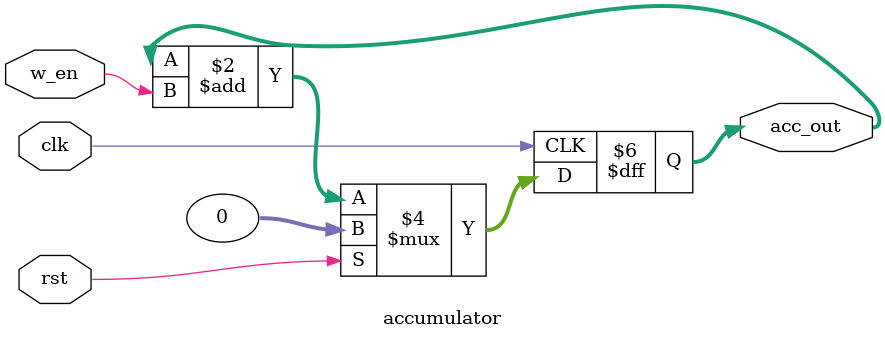
<source format=v>
module accumulator(clk,rst,w_en,acc_out);
parameter width = 32;
input clk,rst,w_en;
output reg[width-1:0]acc_out;

always @(posedge clk)
begin
	if(rst) begin
		acc_out <= 'd0;
	end
	else begin
		acc_out <= acc_out + w_en;
	end
end

endmodule

</source>
